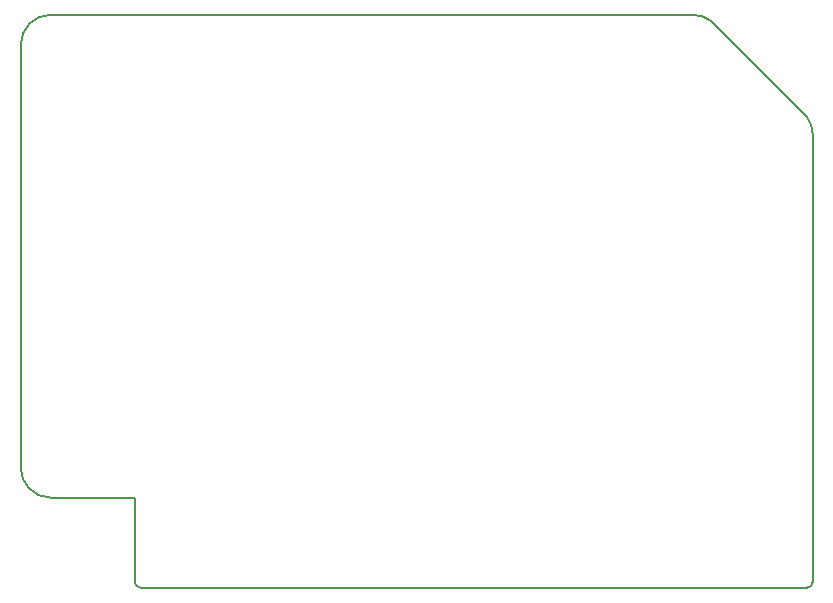
<source format=gm1>
G04 #@! TF.GenerationSoftware,KiCad,Pcbnew,(5.1.5-0-10_14)*
G04 #@! TF.CreationDate,2020-07-05T22:44:08-04:00*
G04 #@! TF.ProjectId,RAM2GS,52414d32-4753-42e6-9b69-6361645f7063,rev?*
G04 #@! TF.SameCoordinates,Original*
G04 #@! TF.FileFunction,Profile,NP*
%FSLAX46Y46*%
G04 Gerber Fmt 4.6, Leading zero omitted, Abs format (unit mm)*
G04 Created by KiCad (PCBNEW (5.1.5-0-10_14)) date 2020-07-05 22:44:08*
%MOMM*%
%LPD*%
G04 APERTURE LIST*
%ADD10C,0.150000*%
G04 APERTURE END LIST*
D10*
X113030000Y-139192000D02*
G75*
G02X112522000Y-139700000I-508000J0D01*
G01*
X56134000Y-139700000D02*
G75*
G02X55626000Y-139192000I0J508000D01*
G01*
X102870000Y-91186000D02*
X48514000Y-91186000D01*
X45974000Y-93726000D02*
G75*
G02X48514000Y-91186000I2540000J0D01*
G01*
X104394000Y-91694000D02*
G75*
G03X102870000Y-91186000I-1524000J-2032000D01*
G01*
X112522000Y-99822000D02*
X104394000Y-91694000D01*
X112522000Y-99822000D02*
G75*
G02X113030000Y-101346000I-2032000J-1524000D01*
G01*
X113030000Y-139192000D02*
X113030000Y-101346000D01*
X48514000Y-132080000D02*
G75*
G02X45974000Y-129540000I0J2540000D01*
G01*
X48514000Y-132080000D02*
X55626000Y-132080000D01*
X45974000Y-129540000D02*
X45974000Y-93726000D01*
X55626000Y-139192000D02*
X55626000Y-132080000D01*
X112522000Y-139700000D02*
X56134000Y-139700000D01*
M02*

</source>
